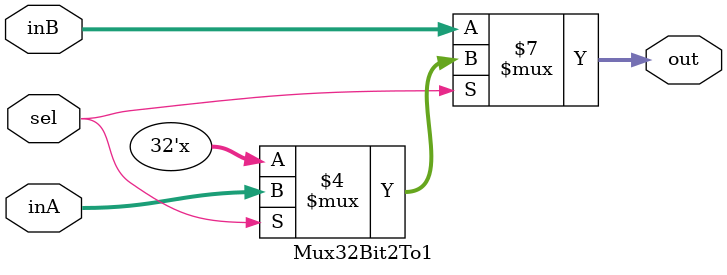
<source format=v>
`timescale 1ns / 1ps


module Mux32Bit2To1	(out, inA, inB, sel);
//				(out, A, B, sel)
//				0 -> B; 1 -> A

    output reg [31:0] out;
    
    input [31:0] inA;
    input [31:0] inB;
    input sel;

    always @(*) begin
	    if(sel == 0)	out <= inB;
	    else if (sel == 1)	out <= inA;
    end
endmodule

</source>
